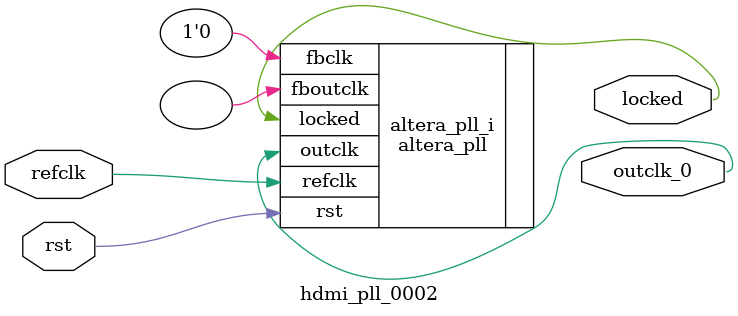
<source format=v>
`timescale 1ns/10ps
module  hdmi_pll_0002(

	// interface 'refclk'
	input wire refclk,

	// interface 'reset'
	input wire rst,

	// interface 'outclk0'
	output wire outclk_0,

	// interface 'locked'
	output wire locked
);

	altera_pll #(
		.fractional_vco_multiplier("true"),
		.reference_clock_frequency("50.0 MHz"),
		.operation_mode("direct"),
		.number_of_clocks(1),
		.output_clock_frequency0("148.500000 MHz"),
		.phase_shift0("0 ps"),
		.duty_cycle0(50),
		.output_clock_frequency1("0 MHz"),
		.phase_shift1("0 ps"),
		.duty_cycle1(50),
		.output_clock_frequency2("0 MHz"),
		.phase_shift2("0 ps"),
		.duty_cycle2(50),
		.output_clock_frequency3("0 MHz"),
		.phase_shift3("0 ps"),
		.duty_cycle3(50),
		.output_clock_frequency4("0 MHz"),
		.phase_shift4("0 ps"),
		.duty_cycle4(50),
		.output_clock_frequency5("0 MHz"),
		.phase_shift5("0 ps"),
		.duty_cycle5(50),
		.output_clock_frequency6("0 MHz"),
		.phase_shift6("0 ps"),
		.duty_cycle6(50),
		.output_clock_frequency7("0 MHz"),
		.phase_shift7("0 ps"),
		.duty_cycle7(50),
		.output_clock_frequency8("0 MHz"),
		.phase_shift8("0 ps"),
		.duty_cycle8(50),
		.output_clock_frequency9("0 MHz"),
		.phase_shift9("0 ps"),
		.duty_cycle9(50),
		.output_clock_frequency10("0 MHz"),
		.phase_shift10("0 ps"),
		.duty_cycle10(50),
		.output_clock_frequency11("0 MHz"),
		.phase_shift11("0 ps"),
		.duty_cycle11(50),
		.output_clock_frequency12("0 MHz"),
		.phase_shift12("0 ps"),
		.duty_cycle12(50),
		.output_clock_frequency13("0 MHz"),
		.phase_shift13("0 ps"),
		.duty_cycle13(50),
		.output_clock_frequency14("0 MHz"),
		.phase_shift14("0 ps"),
		.duty_cycle14(50),
		.output_clock_frequency15("0 MHz"),
		.phase_shift15("0 ps"),
		.duty_cycle15(50),
		.output_clock_frequency16("0 MHz"),
		.phase_shift16("0 ps"),
		.duty_cycle16(50),
		.output_clock_frequency17("0 MHz"),
		.phase_shift17("0 ps"),
		.duty_cycle17(50),
		.pll_type("General"),
		.pll_subtype("General")
	) altera_pll_i (
		.rst	(rst),
		.outclk	({outclk_0}),
		.locked	(locked),
		.fboutclk	( ),
		.fbclk	(1'b0),
		.refclk	(refclk)
	);
endmodule


</source>
